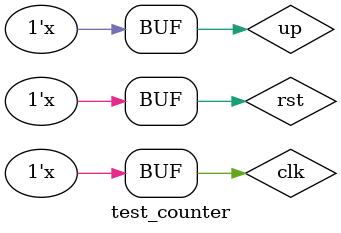
<source format=v>


`include "counter.v"

module test_counter;

	reg clk,rst,up;
	wire [3:0]q;
	
	counter c1(.q(q),.clk(clk),.rst(rst),.up(up));
	
	initial 
	begin 
		rst=1;
		up=0;
		clk=1;
	end
	
	always #5 clk=~clk;
	always #80 rst=~rst;
	always #160 up=~up;
	//#10 $finish;
	
	initial
	begin 
		$dumpfile("count.vcd");
		$dumpvars(0,test_counter);
		//$monitor ($time,"Count: %d",q);
	end
	
endmodule 

</source>
